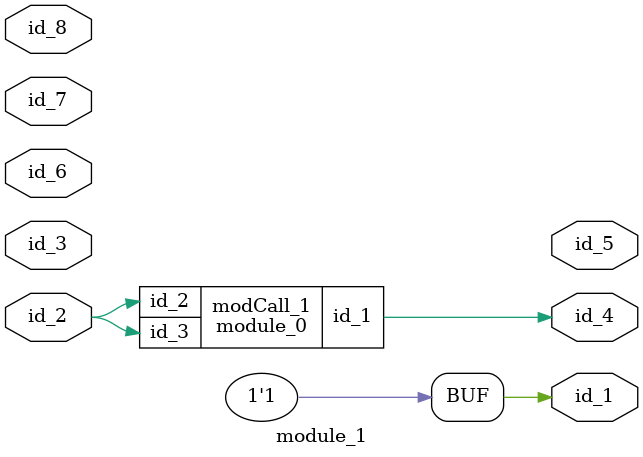
<source format=v>
module module_0 (
    id_1,
    id_2,
    id_3
);
  input wire id_3;
  input wire id_2;
  output wire id_1;
  always @(posedge id_3 * id_3) id_1 = id_3;
endmodule
module module_1 (
    id_1,
    id_2,
    id_3,
    id_4,
    id_5,
    id_6,
    id_7,
    id_8
);
  input wire id_8;
  input wire id_7;
  inout wire id_6;
  output wire id_5;
  output wire id_4;
  inout wire id_3;
  inout wire id_2;
  output wire id_1;
  wire id_9;
  module_0 modCall_1 (
      id_4,
      id_2,
      id_2
  );
  assign id_1 = 1;
endmodule

</source>
